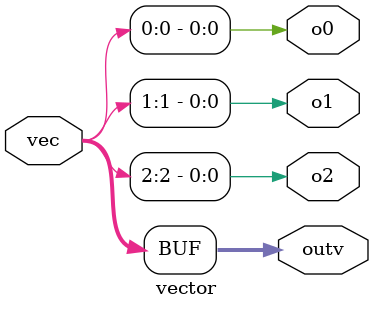
<source format=v>
module vector ( 
    input wire [2:0] vec,
    output wire [2:0] outv,
    output wire o2,
    output wire o1,
    output wire o0  );

    assign outv = vec;
    assign   o0 = vec[0];
    assign   o1 = vec[1];
    assign   o2 = vec[2];
    
endmodule
</source>
